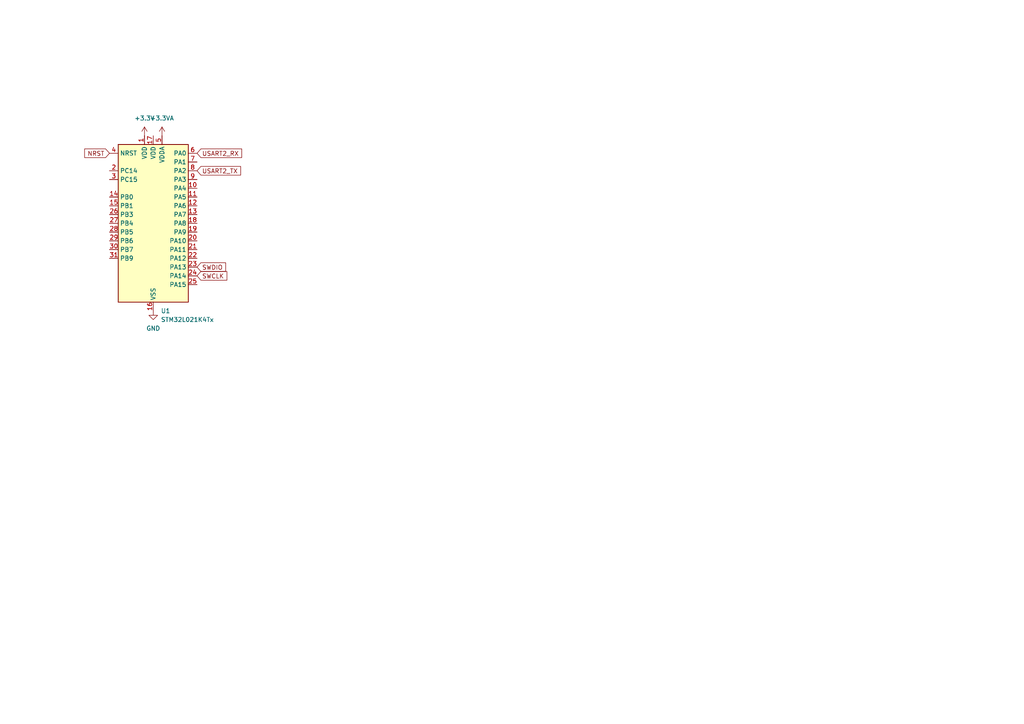
<source format=kicad_sch>
(kicad_sch (version 20230121) (generator eeschema)
  (paper "A4")
  (lib_symbols
    (symbol "MCU_ST_STM32L0:STM32L021K4Tx"
      (property "Reference" "U" (at -10.16 24.13 0))
      (property "Value" "STM32L021K4Tx" (at 5.08 24.13 0))
      (symbol "STM32L021K4Tx_0_1"
        (rectangle (start -10.16 -22.86) (end 10.16 22.86) (stroke (width 0.254)) (fill (type background)))
      )
      (symbol "STM32L021K4Tx_1_1"
        (pin power_in line (at -2.54 25.4 270) (length 2.54) (name "VDD") (number "1"))
        (pin bidirectional line (at 12.7 10.16 180) (length 2.54) (name "PA4") (number "10"))
        (pin bidirectional line (at 12.7 7.62 180) (length 2.54) (name "PA5") (number "11"))
        (pin bidirectional line (at 12.7 5.08 180) (length 2.54) (name "PA6") (number "12"))
        (pin bidirectional line (at 12.7 2.54 180) (length 2.54) (name "PA7") (number "13"))
        (pin bidirectional line (at -12.7 7.62 0) (length 2.54) (name "PB0") (number "14"))
        (pin bidirectional line (at -12.7 5.08 0) (length 2.54) (name "PB1") (number "15"))
        (pin power_in line (at 0 -25.4 90) (length 2.54) (name "VSS") (number "16"))
        (pin power_in line (at 0 25.4 270) (length 2.54) (name "VDD") (number "17"))
        (pin bidirectional line (at 12.7 0 180) (length 2.54) (name "PA8") (number "18"))
        (pin bidirectional line (at 12.7 -2.54 180) (length 2.54) (name "PA9") (number "19"))
        (pin bidirectional line (at -12.7 15.24 0) (length 2.54) (name "PC14") (number "2"))
        (pin bidirectional line (at 12.7 -5.08 180) (length 2.54) (name "PA10") (number "20"))
        (pin bidirectional line (at 12.7 -7.62 180) (length 2.54) (name "PA11") (number "21"))
        (pin bidirectional line (at 12.7 -10.16 180) (length 2.54) (name "PA12") (number "22"))
        (pin bidirectional line (at 12.7 -12.7 180) (length 2.54) (name "PA13") (number "23"))
        (pin bidirectional line (at 12.7 -15.24 180) (length 2.54) (name "PA14") (number "24"))
        (pin bidirectional line (at 12.7 -17.78 180) (length 2.54) (name "PA15") (number "25"))
        (pin bidirectional line (at -12.7 2.54 0) (length 2.54) (name "PB3") (number "26"))
        (pin bidirectional line (at -12.7 0 0) (length 2.54) (name "PB4") (number "27"))
        (pin bidirectional line (at -12.7 -2.54 0) (length 2.54) (name "PB5") (number "28"))
        (pin bidirectional line (at -12.7 -5.08 0) (length 2.54) (name "PB6") (number "29"))
        (pin bidirectional line (at -12.7 12.7 0) (length 2.54) (name "PC15") (number "3"))
        (pin bidirectional line (at -12.7 -7.62 0) (length 2.54) (name "PB7") (number "30"))
        (pin bidirectional line (at -12.7 -10.16 0) (length 2.54) (name "PB9") (number "31"))
        (pin passive line (at 0 -25.4 90) (length 2.54) hide (name "VSS") (number "32"))
        (pin input line (at -12.7 20.32 0) (length 2.54) (name "NRST") (number "4"))
        (pin power_in line (at 2.54 25.4 270) (length 2.54) (name "VDDA") (number "5"))
        (pin bidirectional line (at 12.7 20.32 180) (length 2.54) (name "PA0") (number "6"))
        (pin bidirectional line (at 12.7 17.78 180) (length 2.54) (name "PA1") (number "7"))
        (pin bidirectional line (at 12.7 15.24 180) (length 2.54) (name "PA2") (number "8"))
        (pin bidirectional line (at 12.7 12.7 180) (length 2.54) (name "PA3") (number "9"))
      )
    )
    (symbol "power:+3.3V" (power) (pin_names (offset 0))
      (property "Value" "+3.3V" (at 0 3.556 0))
      (symbol "+3.3V_0_1"
        (polyline (pts (xy -0.762 1.27) (xy 0 2.54)))
        (polyline (pts (xy 0 0) (xy 0 2.54)))
        (polyline (pts (xy 0 2.54) (xy 0.762 1.27)))
      )
      (symbol "+3.3V_1_1"
        (pin power_in line (at 0 0 90) (length 0) hide (name "+3.3V") (number "1"))
      )
    )
    (symbol "power:+3.3VA" (power) (pin_names (offset 0))
      (property "Value" "+3.3VA" (at 0 3.556 0))
      (symbol "+3.3VA_0_1"
        (polyline (pts (xy -0.762 1.27) (xy 0 2.54)))
        (polyline (pts (xy 0 0) (xy 0 2.54)))
        (polyline (pts (xy 0 2.54) (xy 0.762 1.27)))
      )
      (symbol "+3.3VA_1_1"
        (pin power_in line (at 0 0 90) (length 0) hide (name "+3.3VA") (number "1"))
      )
    )
    (symbol "power:GND" (power) (pin_names (offset 0))
      (property "Value" "GND" (at 0 -3.81 0))
      (symbol "GND_0_1"
        (polyline (pts (xy 0 0) (xy 0 -1.27) (xy 1.27 -1.27) (xy 0 -2.54) (xy -1.27 -1.27) (xy 0 -1.27)))
      )
      (symbol "GND_1_1"
        (pin power_in line (at 0 0 270) (length 0) hide (name "GND") (number "1"))
      )
    )
  )
  (global_label "USART2_RX" (shape input) (at 57.15 44.45 0) (property "Intersheetrefs" "${INTERSHEET_REFS}" (effects hide)))
  (global_label "NRST" (shape input) (at 31.75 44.45 180) (property "Intersheetrefs" "${INTERSHEET_REFS}" (effects hide)))
  (global_label "SWCLK" (shape input) (at 57.15 80.01 0) (property "Intersheetrefs" "${INTERSHEET_REFS}" (effects hide)))
  (global_label "SWDIO" (shape input) (at 57.15 77.47 0) (property "Intersheetrefs" "${INTERSHEET_REFS}" (effects hide)))
  (global_label "USART2_TX" (shape input) (at 57.15 49.53 0) (property "Intersheetrefs" "${INTERSHEET_REFS}" (effects hide)))
  (symbol (lib_id "power:+3.3V") (at 41.91 39.37 0) (unit 1)
    (property "Reference" "#PWR02" (effects hide))
    (property "Value" "+3.3V" (at 41.91 34.29 0))
  )
  (symbol (lib_id "power:GND") (at 44.45 90.17 0) (unit 1)
    (property "Reference" "#PWR01" (effects hide))
    (property "Value" "GND" (at 44.45 95.25 0))
  )
  (symbol (lib_id "power:+3.3VA") (at 46.99 39.37 0) (unit 1)
    (property "Reference" "#PWR03" (effects hide))
    (property "Value" "+3.3VA" (at 46.99 34.29 0))
  )
  (symbol (lib_id "MCU_ST_STM32L0:STM32L021K4Tx") (at 44.45 64.77 0) (unit 1)
    (property "Reference" "U1" (at 46.6441 90.17 0) (effects (justify left)))
    (property "Value" "STM32L021K4Tx" (at 46.6441 92.71 0) (effects (justify left)))
    (property "Footprint" "Package_QFP:LQFP-32_7x7mm_P0.8mm" (effects hide))
    (property "Datasheet" "https://www.st.com/resource/en/datasheet/stm32l021k4.pdf" (effects hide))
  )
)
</source>
